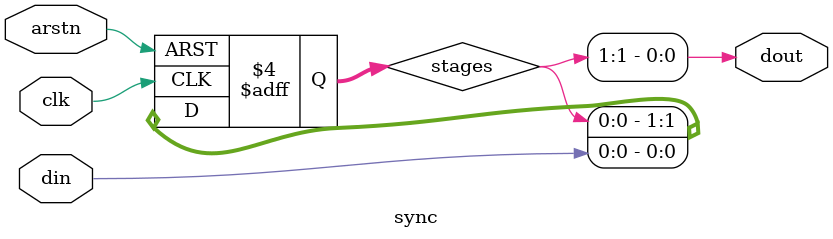
<source format=v>



module sync #(
  parameter STAGES = 2
) (
  input  clk,
  input  arstn,
  input  din,
  output dout
);

reg [STAGES-1:0] stages;

integer idx;
always @(posedge clk or negedge arstn) begin
  if (!arstn) stages <= '0;
  else begin
    stages[0] <= din;
    for (idx=1; idx<STAGES; idx++) begin
      stages[idx] <= stages[idx-1];
    end
  end
end

assign dout = stages[STAGES-1];

endmodule

</source>
